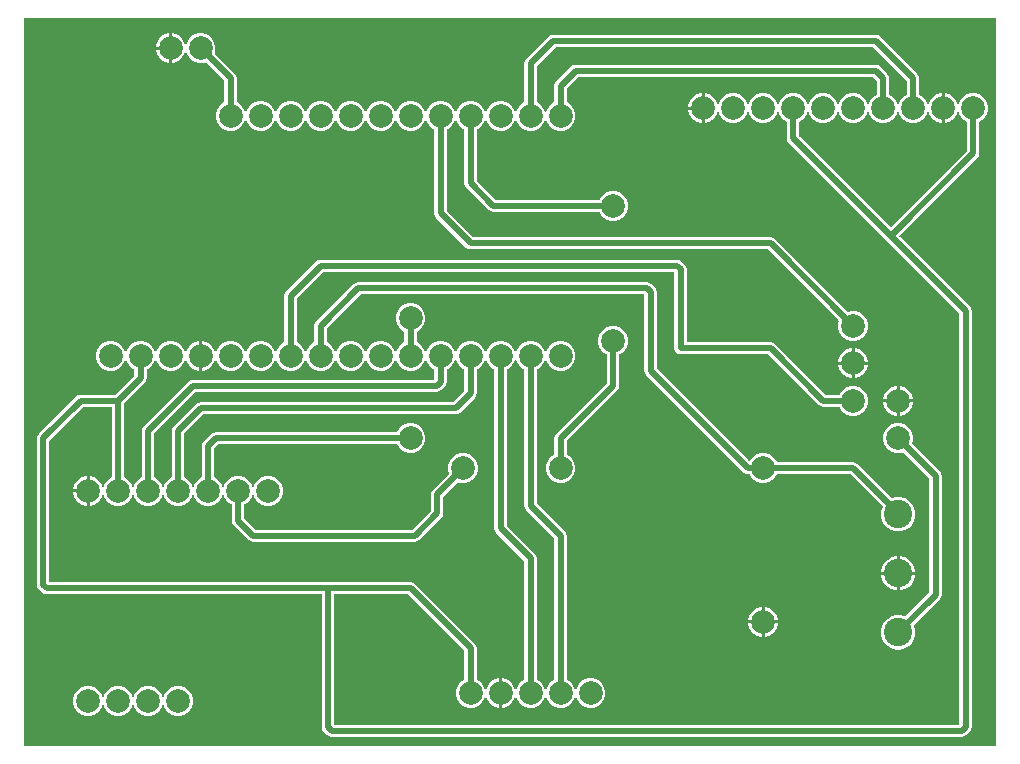
<source format=gbl>
G04*
G04 #@! TF.GenerationSoftware,Altium Limited,Altium Designer,21.6.4 (81)*
G04*
G04 Layer_Physical_Order=2*
G04 Layer_Color=16711680*
%FSLAX43Y43*%
%MOMM*%
G71*
G04*
G04 #@! TF.SameCoordinates,1146F813-5535-4065-A757-17352E4361FB*
G04*
G04*
G04 #@! TF.FilePolarity,Positive*
G04*
G01*
G75*
%ADD16C,2.000*%
%ADD17C,2.400*%
%ADD18C,2.000*%
%ADD19C,0.508*%
G36*
X114935Y57150D02*
X32699D01*
Y118745D01*
X114935D01*
Y57150D01*
D02*
G37*
%LPC*%
G36*
X47790Y117459D02*
X47460D01*
X47141Y117374D01*
X46855Y117208D01*
X46622Y116975D01*
X46456Y116689D01*
X46421Y116556D01*
X46289D01*
X46254Y116689D01*
X46088Y116975D01*
X45855Y117208D01*
X45569Y117374D01*
X45250Y117459D01*
X45212D01*
Y116205D01*
Y114951D01*
X45250D01*
X45569Y115036D01*
X45855Y115202D01*
X46088Y115435D01*
X46254Y115721D01*
X46289Y115854D01*
X46421D01*
X46456Y115721D01*
X46622Y115435D01*
X46855Y115202D01*
X47141Y115036D01*
X47460Y114951D01*
X47790D01*
X48071Y115026D01*
X49647Y113450D01*
Y111639D01*
X49395Y111493D01*
X49162Y111260D01*
X48996Y110974D01*
X48911Y110655D01*
Y110325D01*
X48996Y110006D01*
X49162Y109720D01*
X49395Y109487D01*
X49681Y109321D01*
X50000Y109236D01*
X50330D01*
X50649Y109321D01*
X50935Y109487D01*
X51168Y109720D01*
X51334Y110006D01*
X51369Y110139D01*
X51501D01*
X51536Y110006D01*
X51702Y109720D01*
X51935Y109487D01*
X52221Y109321D01*
X52540Y109236D01*
X52870D01*
X53189Y109321D01*
X53475Y109487D01*
X53708Y109720D01*
X53874Y110006D01*
X53909Y110139D01*
X54041D01*
X54076Y110006D01*
X54242Y109720D01*
X54475Y109487D01*
X54761Y109321D01*
X55080Y109236D01*
X55410D01*
X55729Y109321D01*
X56015Y109487D01*
X56248Y109720D01*
X56414Y110006D01*
X56449Y110139D01*
X56581D01*
X56616Y110006D01*
X56782Y109720D01*
X57015Y109487D01*
X57301Y109321D01*
X57620Y109236D01*
X57950D01*
X58269Y109321D01*
X58555Y109487D01*
X58788Y109720D01*
X58954Y110006D01*
X58989Y110139D01*
X59121D01*
X59156Y110006D01*
X59322Y109720D01*
X59555Y109487D01*
X59841Y109321D01*
X60160Y109236D01*
X60490D01*
X60809Y109321D01*
X61095Y109487D01*
X61328Y109720D01*
X61494Y110006D01*
X61529Y110139D01*
X61661D01*
X61696Y110006D01*
X61862Y109720D01*
X62095Y109487D01*
X62381Y109321D01*
X62700Y109236D01*
X63030D01*
X63349Y109321D01*
X63635Y109487D01*
X63868Y109720D01*
X64034Y110006D01*
X64069Y110139D01*
X64201D01*
X64236Y110006D01*
X64402Y109720D01*
X64635Y109487D01*
X64921Y109321D01*
X65240Y109236D01*
X65570D01*
X65889Y109321D01*
X66175Y109487D01*
X66408Y109720D01*
X66574Y110006D01*
X66609Y110139D01*
X66741D01*
X66776Y110006D01*
X66942Y109720D01*
X67175Y109487D01*
X67427Y109341D01*
Y102235D01*
X67466Y102037D01*
X67579Y101869D01*
X70119Y99329D01*
X70119Y99329D01*
X70287Y99216D01*
X70485Y99177D01*
X70485Y99177D01*
X95670D01*
X101691Y93156D01*
X101616Y92875D01*
Y92545D01*
X101701Y92226D01*
X101867Y91940D01*
X102100Y91707D01*
X102386Y91541D01*
X102705Y91456D01*
X103035D01*
X103354Y91541D01*
X103640Y91707D01*
X103873Y91940D01*
X104039Y92226D01*
X104124Y92545D01*
Y92875D01*
X104039Y93194D01*
X103873Y93480D01*
X103640Y93713D01*
X103354Y93879D01*
X103035Y93964D01*
X102705D01*
X102424Y93889D01*
X96251Y100061D01*
X96083Y100174D01*
X95885Y100213D01*
X70700D01*
X68463Y102450D01*
Y109341D01*
X68715Y109487D01*
X68948Y109720D01*
X69114Y110006D01*
X69149Y110139D01*
X69281D01*
X69316Y110006D01*
X69482Y109720D01*
X69715Y109487D01*
X69967Y109341D01*
Y104775D01*
X70006Y104577D01*
X70119Y104409D01*
X72024Y102504D01*
X72192Y102391D01*
X72390Y102352D01*
X81401D01*
X81547Y102100D01*
X81780Y101867D01*
X82066Y101701D01*
X82385Y101616D01*
X82715D01*
X83034Y101701D01*
X83320Y101867D01*
X83553Y102100D01*
X83719Y102386D01*
X83804Y102705D01*
Y103035D01*
X83719Y103354D01*
X83553Y103640D01*
X83320Y103873D01*
X83034Y104039D01*
X82715Y104124D01*
X82385D01*
X82066Y104039D01*
X81780Y103873D01*
X81547Y103640D01*
X81401Y103388D01*
X72605D01*
X71003Y104990D01*
Y109341D01*
X71255Y109487D01*
X71488Y109720D01*
X71654Y110006D01*
X71689Y110139D01*
X71821D01*
X71856Y110006D01*
X72022Y109720D01*
X72255Y109487D01*
X72541Y109321D01*
X72860Y109236D01*
X73190D01*
X73509Y109321D01*
X73795Y109487D01*
X74028Y109720D01*
X74194Y110006D01*
X74229Y110139D01*
X74361D01*
X74396Y110006D01*
X74562Y109720D01*
X74795Y109487D01*
X75081Y109321D01*
X75400Y109236D01*
X75730D01*
X76049Y109321D01*
X76335Y109487D01*
X76568Y109720D01*
X76734Y110006D01*
X76769Y110139D01*
X76901D01*
X76936Y110006D01*
X77102Y109720D01*
X77335Y109487D01*
X77621Y109321D01*
X77940Y109236D01*
X78270D01*
X78589Y109321D01*
X78875Y109487D01*
X79108Y109720D01*
X79274Y110006D01*
X79359Y110325D01*
Y110655D01*
X79274Y110974D01*
X79108Y111260D01*
X78875Y111493D01*
X78623Y111639D01*
Y112815D01*
X79590Y113782D01*
X104560D01*
X104892Y113450D01*
Y112274D01*
X104640Y112128D01*
X104407Y111895D01*
X104241Y111609D01*
X104206Y111476D01*
X104074D01*
X104039Y111609D01*
X103873Y111895D01*
X103640Y112128D01*
X103354Y112294D01*
X103035Y112379D01*
X102705D01*
X102386Y112294D01*
X102100Y112128D01*
X101867Y111895D01*
X101701Y111609D01*
X101666Y111476D01*
X101534D01*
X101499Y111609D01*
X101333Y111895D01*
X101100Y112128D01*
X100814Y112294D01*
X100495Y112379D01*
X100165D01*
X99846Y112294D01*
X99560Y112128D01*
X99327Y111895D01*
X99161Y111609D01*
X99126Y111476D01*
X98994D01*
X98959Y111609D01*
X98793Y111895D01*
X98560Y112128D01*
X98274Y112294D01*
X97955Y112379D01*
X97625D01*
X97306Y112294D01*
X97020Y112128D01*
X96787Y111895D01*
X96621Y111609D01*
X96586Y111476D01*
X96454D01*
X96419Y111609D01*
X96253Y111895D01*
X96020Y112128D01*
X95734Y112294D01*
X95415Y112379D01*
X95085D01*
X94766Y112294D01*
X94480Y112128D01*
X94247Y111895D01*
X94081Y111609D01*
X94046Y111476D01*
X93914D01*
X93879Y111609D01*
X93713Y111895D01*
X93480Y112128D01*
X93194Y112294D01*
X92875Y112379D01*
X92545D01*
X92226Y112294D01*
X91940Y112128D01*
X91707Y111895D01*
X91541Y111609D01*
X91506Y111476D01*
X91374D01*
X91339Y111609D01*
X91173Y111895D01*
X90940Y112128D01*
X90654Y112294D01*
X90335Y112379D01*
X90297D01*
Y111125D01*
Y109871D01*
X90335D01*
X90654Y109956D01*
X90940Y110122D01*
X91173Y110355D01*
X91339Y110641D01*
X91374Y110774D01*
X91506D01*
X91541Y110641D01*
X91707Y110355D01*
X91940Y110122D01*
X92226Y109956D01*
X92545Y109871D01*
X92875D01*
X93194Y109956D01*
X93480Y110122D01*
X93713Y110355D01*
X93879Y110641D01*
X93914Y110774D01*
X94046D01*
X94081Y110641D01*
X94247Y110355D01*
X94480Y110122D01*
X94766Y109956D01*
X95085Y109871D01*
X95415D01*
X95734Y109956D01*
X96020Y110122D01*
X96253Y110355D01*
X96419Y110641D01*
X96454Y110774D01*
X96586D01*
X96621Y110641D01*
X96787Y110355D01*
X97020Y110122D01*
X97272Y109976D01*
Y108585D01*
X97311Y108387D01*
X97424Y108219D01*
X105679Y99964D01*
X111877Y93765D01*
Y58938D01*
X58938D01*
Y69967D01*
X65190D01*
X69967Y65190D01*
Y62744D01*
X69715Y62598D01*
X69482Y62365D01*
X69316Y62079D01*
X69231Y61760D01*
Y61430D01*
X69316Y61111D01*
X69482Y60825D01*
X69715Y60592D01*
X70001Y60426D01*
X70320Y60341D01*
X70650D01*
X70969Y60426D01*
X71255Y60592D01*
X71488Y60825D01*
X71654Y61111D01*
X71689Y61244D01*
X71821D01*
X71856Y61111D01*
X72022Y60825D01*
X72255Y60592D01*
X72541Y60426D01*
X72860Y60341D01*
X72898D01*
Y61595D01*
Y62849D01*
X72860D01*
X72541Y62764D01*
X72255Y62598D01*
X72022Y62365D01*
X71856Y62079D01*
X71821Y61946D01*
X71689D01*
X71654Y62079D01*
X71488Y62365D01*
X71255Y62598D01*
X71003Y62744D01*
Y65405D01*
X70964Y65603D01*
X70851Y65771D01*
X65771Y70851D01*
X65603Y70964D01*
X65405Y71003D01*
X34808D01*
Y82970D01*
X37680Y85842D01*
X40122D01*
Y79889D01*
X39870Y79743D01*
X39637Y79510D01*
X39471Y79224D01*
X39436Y79091D01*
X39304D01*
X39269Y79224D01*
X39103Y79510D01*
X38870Y79743D01*
X38584Y79909D01*
X38265Y79994D01*
X38227D01*
Y78740D01*
Y77486D01*
X38265D01*
X38584Y77571D01*
X38870Y77737D01*
X39103Y77970D01*
X39269Y78256D01*
X39304Y78389D01*
X39436D01*
X39471Y78256D01*
X39637Y77970D01*
X39870Y77737D01*
X40156Y77571D01*
X40475Y77486D01*
X40805D01*
X41124Y77571D01*
X41410Y77737D01*
X41643Y77970D01*
X41809Y78256D01*
X41844Y78389D01*
X41976D01*
X42011Y78256D01*
X42177Y77970D01*
X42410Y77737D01*
X42696Y77571D01*
X43015Y77486D01*
X43345D01*
X43664Y77571D01*
X43950Y77737D01*
X44183Y77970D01*
X44349Y78256D01*
X44384Y78389D01*
X44516D01*
X44551Y78256D01*
X44717Y77970D01*
X44950Y77737D01*
X45236Y77571D01*
X45555Y77486D01*
X45885D01*
X46204Y77571D01*
X46490Y77737D01*
X46723Y77970D01*
X46889Y78256D01*
X46924Y78389D01*
X47056D01*
X47091Y78256D01*
X47257Y77970D01*
X47490Y77737D01*
X47776Y77571D01*
X48095Y77486D01*
X48425D01*
X48744Y77571D01*
X49030Y77737D01*
X49263Y77970D01*
X49429Y78256D01*
X49464Y78389D01*
X49596D01*
X49631Y78256D01*
X49797Y77970D01*
X50030Y77737D01*
X50282Y77591D01*
Y76200D01*
X50321Y76002D01*
X50434Y75834D01*
X51704Y74564D01*
X51872Y74451D01*
X52070Y74412D01*
X65742D01*
X65941Y74451D01*
X66109Y74564D01*
X68020Y76475D01*
X68132Y76643D01*
X68171Y76841D01*
Y78234D01*
X69404Y79466D01*
X69685Y79391D01*
X70015D01*
X70334Y79476D01*
X70620Y79642D01*
X70853Y79875D01*
X71019Y80161D01*
X71104Y80480D01*
Y80810D01*
X71019Y81129D01*
X70853Y81415D01*
X70620Y81648D01*
X70334Y81814D01*
X70015Y81899D01*
X69685D01*
X69366Y81814D01*
X69080Y81648D01*
X68847Y81415D01*
X68681Y81129D01*
X68596Y80810D01*
Y80480D01*
X68671Y80199D01*
X67287Y78815D01*
X67175Y78647D01*
X67136Y78448D01*
Y77056D01*
X65528Y75448D01*
X52285D01*
X51318Y76415D01*
Y77591D01*
X51570Y77737D01*
X51803Y77970D01*
X51969Y78256D01*
X52004Y78389D01*
X52136D01*
X52171Y78256D01*
X52337Y77970D01*
X52570Y77737D01*
X52856Y77571D01*
X53175Y77486D01*
X53505D01*
X53824Y77571D01*
X54110Y77737D01*
X54343Y77970D01*
X54509Y78256D01*
X54594Y78575D01*
Y78905D01*
X54509Y79224D01*
X54343Y79510D01*
X54110Y79743D01*
X53824Y79909D01*
X53505Y79994D01*
X53175D01*
X52856Y79909D01*
X52570Y79743D01*
X52337Y79510D01*
X52171Y79224D01*
X52136Y79091D01*
X52004D01*
X51969Y79224D01*
X51803Y79510D01*
X51570Y79743D01*
X51284Y79909D01*
X50965Y79994D01*
X50635D01*
X50316Y79909D01*
X50030Y79743D01*
X49797Y79510D01*
X49631Y79224D01*
X49596Y79091D01*
X49464D01*
X49429Y79224D01*
X49263Y79510D01*
X49030Y79743D01*
X48778Y79889D01*
Y82335D01*
X49110Y82667D01*
X64256D01*
X64402Y82415D01*
X64635Y82182D01*
X64921Y82016D01*
X65240Y81931D01*
X65570D01*
X65889Y82016D01*
X66175Y82182D01*
X66408Y82415D01*
X66574Y82701D01*
X66659Y83020D01*
Y83350D01*
X66574Y83669D01*
X66408Y83955D01*
X66175Y84188D01*
X65889Y84354D01*
X65570Y84439D01*
X65240D01*
X64921Y84354D01*
X64635Y84188D01*
X64402Y83955D01*
X64256Y83703D01*
X48895D01*
X48697Y83664D01*
X48529Y83551D01*
X47894Y82916D01*
X47781Y82748D01*
X47742Y82550D01*
Y79889D01*
X47490Y79743D01*
X47257Y79510D01*
X47091Y79224D01*
X47056Y79091D01*
X46924D01*
X46889Y79224D01*
X46723Y79510D01*
X46490Y79743D01*
X46238Y79889D01*
Y83605D01*
X47840Y85207D01*
X69215D01*
X69413Y85246D01*
X69581Y85359D01*
X70851Y86629D01*
X70964Y86797D01*
X71003Y86995D01*
Y89021D01*
X71255Y89167D01*
X71488Y89400D01*
X71654Y89686D01*
X71689Y89819D01*
X71821D01*
X71856Y89686D01*
X72022Y89400D01*
X72255Y89167D01*
X72507Y89021D01*
Y75565D01*
X72546Y75367D01*
X72659Y75199D01*
X75047Y72810D01*
Y62744D01*
X74795Y62598D01*
X74562Y62365D01*
X74396Y62079D01*
X74361Y61946D01*
X74229D01*
X74194Y62079D01*
X74028Y62365D01*
X73795Y62598D01*
X73509Y62764D01*
X73190Y62849D01*
X73152D01*
Y61595D01*
Y60341D01*
X73190D01*
X73509Y60426D01*
X73795Y60592D01*
X74028Y60825D01*
X74194Y61111D01*
X74229Y61244D01*
X74361D01*
X74396Y61111D01*
X74562Y60825D01*
X74795Y60592D01*
X75081Y60426D01*
X75400Y60341D01*
X75730D01*
X76049Y60426D01*
X76335Y60592D01*
X76568Y60825D01*
X76734Y61111D01*
X76769Y61244D01*
X76901D01*
X76936Y61111D01*
X77102Y60825D01*
X77335Y60592D01*
X77621Y60426D01*
X77940Y60341D01*
X78270D01*
X78589Y60426D01*
X78875Y60592D01*
X79108Y60825D01*
X79274Y61111D01*
X79309Y61244D01*
X79441D01*
X79476Y61111D01*
X79642Y60825D01*
X79875Y60592D01*
X80161Y60426D01*
X80480Y60341D01*
X80810D01*
X81129Y60426D01*
X81415Y60592D01*
X81648Y60825D01*
X81814Y61111D01*
X81899Y61430D01*
Y61760D01*
X81814Y62079D01*
X81648Y62365D01*
X81415Y62598D01*
X81129Y62764D01*
X80810Y62849D01*
X80480D01*
X80161Y62764D01*
X79875Y62598D01*
X79642Y62365D01*
X79476Y62079D01*
X79441Y61946D01*
X79309D01*
X79274Y62079D01*
X79108Y62365D01*
X78875Y62598D01*
X78623Y62744D01*
Y74930D01*
X78623Y74930D01*
X78584Y75128D01*
X78471Y75296D01*
X78471Y75296D01*
X76083Y77685D01*
Y89021D01*
X76335Y89167D01*
X76568Y89400D01*
X76734Y89686D01*
X76769Y89819D01*
X76901D01*
X76936Y89686D01*
X77102Y89400D01*
X77335Y89167D01*
X77621Y89001D01*
X77940Y88916D01*
X78270D01*
X78589Y89001D01*
X78875Y89167D01*
X79108Y89400D01*
X79274Y89686D01*
X79359Y90005D01*
Y90335D01*
X79274Y90654D01*
X79108Y90940D01*
X78875Y91173D01*
X78589Y91339D01*
X78270Y91424D01*
X77940D01*
X77621Y91339D01*
X77335Y91173D01*
X77102Y90940D01*
X76936Y90654D01*
X76901Y90521D01*
X76769D01*
X76734Y90654D01*
X76568Y90940D01*
X76335Y91173D01*
X76049Y91339D01*
X75730Y91424D01*
X75400D01*
X75081Y91339D01*
X74795Y91173D01*
X74562Y90940D01*
X74396Y90654D01*
X74361Y90521D01*
X74229D01*
X74194Y90654D01*
X74028Y90940D01*
X73795Y91173D01*
X73509Y91339D01*
X73190Y91424D01*
X72860D01*
X72541Y91339D01*
X72255Y91173D01*
X72022Y90940D01*
X71856Y90654D01*
X71821Y90521D01*
X71689D01*
X71654Y90654D01*
X71488Y90940D01*
X71255Y91173D01*
X70969Y91339D01*
X70650Y91424D01*
X70320D01*
X70001Y91339D01*
X69715Y91173D01*
X69482Y90940D01*
X69316Y90654D01*
X69281Y90521D01*
X69149D01*
X69114Y90654D01*
X68948Y90940D01*
X68715Y91173D01*
X68429Y91339D01*
X68110Y91424D01*
X67780D01*
X67461Y91339D01*
X67175Y91173D01*
X66942Y90940D01*
X66776Y90654D01*
X66741Y90521D01*
X66609D01*
X66574Y90654D01*
X66408Y90940D01*
X66175Y91173D01*
X65923Y91319D01*
Y92196D01*
X66175Y92342D01*
X66408Y92575D01*
X66574Y92861D01*
X66659Y93180D01*
Y93510D01*
X66574Y93829D01*
X66408Y94115D01*
X66175Y94348D01*
X65889Y94514D01*
X65570Y94599D01*
X65240D01*
X64921Y94514D01*
X64635Y94348D01*
X64402Y94115D01*
X64236Y93829D01*
X64151Y93510D01*
Y93180D01*
X64236Y92861D01*
X64402Y92575D01*
X64635Y92342D01*
X64887Y92196D01*
Y91319D01*
X64635Y91173D01*
X64402Y90940D01*
X64236Y90654D01*
X64201Y90521D01*
X64069D01*
X64034Y90654D01*
X63868Y90940D01*
X63635Y91173D01*
X63349Y91339D01*
X63030Y91424D01*
X62700D01*
X62381Y91339D01*
X62095Y91173D01*
X61862Y90940D01*
X61696Y90654D01*
X61661Y90521D01*
X61529D01*
X61494Y90654D01*
X61328Y90940D01*
X61095Y91173D01*
X60809Y91339D01*
X60490Y91424D01*
X60160D01*
X59841Y91339D01*
X59555Y91173D01*
X59322Y90940D01*
X59156Y90654D01*
X59121Y90521D01*
X58989D01*
X58954Y90654D01*
X58788Y90940D01*
X58555Y91173D01*
X58303Y91319D01*
Y92495D01*
X61175Y95367D01*
X85207D01*
Y88900D01*
X85246Y88702D01*
X85359Y88534D01*
X93614Y80279D01*
X93782Y80166D01*
X93980Y80127D01*
X94101D01*
X94247Y79875D01*
X94480Y79642D01*
X94766Y79476D01*
X95085Y79391D01*
X95415D01*
X95734Y79476D01*
X96020Y79642D01*
X96253Y79875D01*
X96399Y80127D01*
X102655D01*
X105377Y77406D01*
X105325Y77316D01*
X105226Y76946D01*
Y76564D01*
X105325Y76194D01*
X105517Y75862D01*
X105787Y75592D01*
X106119Y75400D01*
X106489Y75301D01*
X106871D01*
X107241Y75400D01*
X107573Y75592D01*
X107843Y75862D01*
X108035Y76194D01*
X108134Y76564D01*
Y76946D01*
X108035Y77316D01*
X107843Y77648D01*
X107573Y77918D01*
X107241Y78110D01*
X106871Y78209D01*
X106489D01*
X106134Y78114D01*
X103236Y81011D01*
X103068Y81124D01*
X102870Y81163D01*
X96399D01*
X96253Y81415D01*
X96020Y81648D01*
X95734Y81814D01*
X95415Y81899D01*
X95085D01*
X94766Y81814D01*
X94480Y81648D01*
X94247Y81415D01*
X94187Y81313D01*
X94062Y81296D01*
X86243Y89115D01*
Y95587D01*
X86204Y95786D01*
X86091Y95954D01*
X86091Y95954D01*
X85794Y96251D01*
X85626Y96364D01*
X85427Y96403D01*
X60960D01*
X60762Y96364D01*
X60594Y96251D01*
X57419Y93076D01*
X57306Y92908D01*
X57267Y92710D01*
Y91319D01*
X57015Y91173D01*
X56782Y90940D01*
X56616Y90654D01*
X56581Y90521D01*
X56449D01*
X56414Y90654D01*
X56248Y90940D01*
X56015Y91173D01*
X55763Y91319D01*
Y95035D01*
X58000Y97272D01*
X87747D01*
Y90805D01*
X87786Y90607D01*
X87899Y90439D01*
X88067Y90326D01*
X88265Y90287D01*
X95670D01*
X99964Y85994D01*
X100132Y85881D01*
X100330Y85842D01*
X101721D01*
X101867Y85590D01*
X102100Y85357D01*
X102386Y85191D01*
X102705Y85106D01*
X103035D01*
X103354Y85191D01*
X103640Y85357D01*
X103873Y85590D01*
X104039Y85876D01*
X104124Y86195D01*
Y86525D01*
X104039Y86844D01*
X103873Y87130D01*
X103640Y87363D01*
X103354Y87529D01*
X103035Y87614D01*
X102705D01*
X102386Y87529D01*
X102100Y87363D01*
X101867Y87130D01*
X101721Y86878D01*
X100545D01*
X96251Y91171D01*
X96083Y91284D01*
X95885Y91323D01*
X88783D01*
Y97492D01*
X88744Y97691D01*
X88631Y97859D01*
X88631Y97859D01*
X88334Y98156D01*
X88166Y98269D01*
X87967Y98308D01*
X57785D01*
X57785Y98308D01*
X57587Y98269D01*
X57419Y98156D01*
X57419Y98156D01*
X54879Y95616D01*
X54766Y95448D01*
X54727Y95250D01*
Y91319D01*
X54475Y91173D01*
X54242Y90940D01*
X54076Y90654D01*
X54041Y90521D01*
X53909D01*
X53874Y90654D01*
X53708Y90940D01*
X53475Y91173D01*
X53189Y91339D01*
X52870Y91424D01*
X52540D01*
X52221Y91339D01*
X51935Y91173D01*
X51702Y90940D01*
X51536Y90654D01*
X51501Y90521D01*
X51369D01*
X51334Y90654D01*
X51168Y90940D01*
X50935Y91173D01*
X50649Y91339D01*
X50330Y91424D01*
X50000D01*
X49681Y91339D01*
X49395Y91173D01*
X49162Y90940D01*
X48996Y90654D01*
X48961Y90521D01*
X48829D01*
X48794Y90654D01*
X48628Y90940D01*
X48395Y91173D01*
X48109Y91339D01*
X47790Y91424D01*
X47752D01*
Y90170D01*
Y88916D01*
X47790D01*
X48109Y89001D01*
X48395Y89167D01*
X48628Y89400D01*
X48794Y89686D01*
X48829Y89819D01*
X48961D01*
X48996Y89686D01*
X49162Y89400D01*
X49395Y89167D01*
X49681Y89001D01*
X50000Y88916D01*
X50330D01*
X50649Y89001D01*
X50935Y89167D01*
X51168Y89400D01*
X51334Y89686D01*
X51369Y89819D01*
X51501D01*
X51536Y89686D01*
X51702Y89400D01*
X51935Y89167D01*
X52221Y89001D01*
X52540Y88916D01*
X52870D01*
X53189Y89001D01*
X53475Y89167D01*
X53708Y89400D01*
X53874Y89686D01*
X53909Y89819D01*
X54041D01*
X54076Y89686D01*
X54242Y89400D01*
X54475Y89167D01*
X54761Y89001D01*
X55080Y88916D01*
X55410D01*
X55729Y89001D01*
X56015Y89167D01*
X56248Y89400D01*
X56414Y89686D01*
X56449Y89819D01*
X56581D01*
X56616Y89686D01*
X56782Y89400D01*
X57015Y89167D01*
X57301Y89001D01*
X57620Y88916D01*
X57950D01*
X58269Y89001D01*
X58555Y89167D01*
X58788Y89400D01*
X58954Y89686D01*
X58989Y89819D01*
X59121D01*
X59156Y89686D01*
X59322Y89400D01*
X59555Y89167D01*
X59841Y89001D01*
X60160Y88916D01*
X60490D01*
X60809Y89001D01*
X61095Y89167D01*
X61328Y89400D01*
X61494Y89686D01*
X61529Y89819D01*
X61661D01*
X61696Y89686D01*
X61862Y89400D01*
X62095Y89167D01*
X62381Y89001D01*
X62700Y88916D01*
X63030D01*
X63349Y89001D01*
X63635Y89167D01*
X63868Y89400D01*
X64034Y89686D01*
X64069Y89819D01*
X64201D01*
X64236Y89686D01*
X64402Y89400D01*
X64635Y89167D01*
X64921Y89001D01*
X65240Y88916D01*
X65570D01*
X65889Y89001D01*
X66175Y89167D01*
X66408Y89400D01*
X66574Y89686D01*
X66609Y89819D01*
X66741D01*
X66776Y89686D01*
X66942Y89400D01*
X67175Y89167D01*
X67427Y89021D01*
Y88148D01*
X46990D01*
X46792Y88109D01*
X46624Y87996D01*
X42814Y84186D01*
X42701Y84018D01*
X42662Y83820D01*
Y79889D01*
X42410Y79743D01*
X42177Y79510D01*
X42011Y79224D01*
X41976Y79091D01*
X41844D01*
X41809Y79224D01*
X41643Y79510D01*
X41410Y79743D01*
X41158Y79889D01*
Y86145D01*
X42911Y87899D01*
X43024Y88067D01*
X43063Y88265D01*
Y89021D01*
X43315Y89167D01*
X43548Y89400D01*
X43714Y89686D01*
X43749Y89819D01*
X43881D01*
X43916Y89686D01*
X44082Y89400D01*
X44315Y89167D01*
X44601Y89001D01*
X44920Y88916D01*
X45250D01*
X45569Y89001D01*
X45855Y89167D01*
X46088Y89400D01*
X46254Y89686D01*
X46289Y89819D01*
X46421D01*
X46456Y89686D01*
X46622Y89400D01*
X46855Y89167D01*
X47141Y89001D01*
X47460Y88916D01*
X47498D01*
Y90170D01*
Y91424D01*
X47460D01*
X47141Y91339D01*
X46855Y91173D01*
X46622Y90940D01*
X46456Y90654D01*
X46421Y90521D01*
X46289D01*
X46254Y90654D01*
X46088Y90940D01*
X45855Y91173D01*
X45569Y91339D01*
X45250Y91424D01*
X44920D01*
X44601Y91339D01*
X44315Y91173D01*
X44082Y90940D01*
X43916Y90654D01*
X43881Y90521D01*
X43749D01*
X43714Y90654D01*
X43548Y90940D01*
X43315Y91173D01*
X43029Y91339D01*
X42710Y91424D01*
X42380D01*
X42061Y91339D01*
X41775Y91173D01*
X41542Y90940D01*
X41376Y90654D01*
X41341Y90521D01*
X41209D01*
X41174Y90654D01*
X41008Y90940D01*
X40775Y91173D01*
X40489Y91339D01*
X40170Y91424D01*
X39840D01*
X39521Y91339D01*
X39235Y91173D01*
X39002Y90940D01*
X38836Y90654D01*
X38751Y90335D01*
Y90005D01*
X38836Y89686D01*
X39002Y89400D01*
X39235Y89167D01*
X39521Y89001D01*
X39840Y88916D01*
X40170D01*
X40489Y89001D01*
X40775Y89167D01*
X41008Y89400D01*
X41174Y89686D01*
X41209Y89819D01*
X41341D01*
X41376Y89686D01*
X41542Y89400D01*
X41775Y89167D01*
X42027Y89021D01*
Y88480D01*
X40425Y86878D01*
X37465D01*
X37267Y86839D01*
X37099Y86726D01*
X33924Y83551D01*
X33811Y83383D01*
X33772Y83185D01*
Y70783D01*
X33811Y70584D01*
X33924Y70416D01*
X34221Y70119D01*
X34221Y70119D01*
X34389Y70006D01*
X34588Y69967D01*
X57902D01*
Y58718D01*
X57941Y58519D01*
X58054Y58351D01*
X58351Y58054D01*
X58351Y58054D01*
X58519Y57941D01*
X58718Y57902D01*
X112097D01*
X112296Y57941D01*
X112464Y58054D01*
X112761Y58351D01*
X112761Y58351D01*
X112874Y58519D01*
X112913Y58718D01*
Y93980D01*
X112874Y94178D01*
X112761Y94346D01*
X106777Y100330D01*
X113396Y106949D01*
X113509Y107117D01*
X113548Y107315D01*
Y109976D01*
X113800Y110122D01*
X114033Y110355D01*
X114199Y110641D01*
X114284Y110960D01*
Y111290D01*
X114199Y111609D01*
X114033Y111895D01*
X113800Y112128D01*
X113514Y112294D01*
X113195Y112379D01*
X112865D01*
X112546Y112294D01*
X112260Y112128D01*
X112027Y111895D01*
X111861Y111609D01*
X111826Y111476D01*
X111694D01*
X111659Y111609D01*
X111493Y111895D01*
X111260Y112128D01*
X110974Y112294D01*
X110655Y112379D01*
X110617D01*
Y111125D01*
Y109871D01*
X110655D01*
X110974Y109956D01*
X111260Y110122D01*
X111493Y110355D01*
X111659Y110641D01*
X111694Y110774D01*
X111826D01*
X111861Y110641D01*
X112027Y110355D01*
X112260Y110122D01*
X112512Y109976D01*
Y107530D01*
X106045Y101062D01*
X98308Y108800D01*
Y109976D01*
X98560Y110122D01*
X98793Y110355D01*
X98959Y110641D01*
X98994Y110774D01*
X99126D01*
X99161Y110641D01*
X99327Y110355D01*
X99560Y110122D01*
X99846Y109956D01*
X100165Y109871D01*
X100495D01*
X100814Y109956D01*
X101100Y110122D01*
X101333Y110355D01*
X101499Y110641D01*
X101534Y110774D01*
X101666D01*
X101701Y110641D01*
X101867Y110355D01*
X102100Y110122D01*
X102386Y109956D01*
X102705Y109871D01*
X103035D01*
X103354Y109956D01*
X103640Y110122D01*
X103873Y110355D01*
X104039Y110641D01*
X104074Y110774D01*
X104206D01*
X104241Y110641D01*
X104407Y110355D01*
X104640Y110122D01*
X104926Y109956D01*
X105245Y109871D01*
X105575D01*
X105894Y109956D01*
X106180Y110122D01*
X106413Y110355D01*
X106579Y110641D01*
X106614Y110774D01*
X106746D01*
X106781Y110641D01*
X106947Y110355D01*
X107180Y110122D01*
X107466Y109956D01*
X107785Y109871D01*
X108115D01*
X108434Y109956D01*
X108720Y110122D01*
X108953Y110355D01*
X109119Y110641D01*
X109154Y110774D01*
X109286D01*
X109321Y110641D01*
X109487Y110355D01*
X109720Y110122D01*
X110006Y109956D01*
X110325Y109871D01*
X110363D01*
Y111125D01*
Y112379D01*
X110325D01*
X110006Y112294D01*
X109720Y112128D01*
X109487Y111895D01*
X109321Y111609D01*
X109286Y111476D01*
X109154D01*
X109119Y111609D01*
X108953Y111895D01*
X108720Y112128D01*
X108468Y112274D01*
Y113665D01*
X108429Y113863D01*
X108316Y114031D01*
X105141Y117206D01*
X104973Y117319D01*
X104775Y117358D01*
X77470D01*
X77272Y117319D01*
X77104Y117206D01*
X75199Y115301D01*
X75086Y115133D01*
X75047Y114935D01*
Y111639D01*
X74795Y111493D01*
X74562Y111260D01*
X74396Y110974D01*
X74361Y110841D01*
X74229D01*
X74194Y110974D01*
X74028Y111260D01*
X73795Y111493D01*
X73509Y111659D01*
X73190Y111744D01*
X72860D01*
X72541Y111659D01*
X72255Y111493D01*
X72022Y111260D01*
X71856Y110974D01*
X71821Y110841D01*
X71689D01*
X71654Y110974D01*
X71488Y111260D01*
X71255Y111493D01*
X70969Y111659D01*
X70650Y111744D01*
X70320D01*
X70001Y111659D01*
X69715Y111493D01*
X69482Y111260D01*
X69316Y110974D01*
X69281Y110841D01*
X69149D01*
X69114Y110974D01*
X68948Y111260D01*
X68715Y111493D01*
X68429Y111659D01*
X68110Y111744D01*
X67780D01*
X67461Y111659D01*
X67175Y111493D01*
X66942Y111260D01*
X66776Y110974D01*
X66741Y110841D01*
X66609D01*
X66574Y110974D01*
X66408Y111260D01*
X66175Y111493D01*
X65889Y111659D01*
X65570Y111744D01*
X65240D01*
X64921Y111659D01*
X64635Y111493D01*
X64402Y111260D01*
X64236Y110974D01*
X64201Y110841D01*
X64069D01*
X64034Y110974D01*
X63868Y111260D01*
X63635Y111493D01*
X63349Y111659D01*
X63030Y111744D01*
X62700D01*
X62381Y111659D01*
X62095Y111493D01*
X61862Y111260D01*
X61696Y110974D01*
X61661Y110841D01*
X61529D01*
X61494Y110974D01*
X61328Y111260D01*
X61095Y111493D01*
X60809Y111659D01*
X60490Y111744D01*
X60160D01*
X59841Y111659D01*
X59555Y111493D01*
X59322Y111260D01*
X59156Y110974D01*
X59121Y110841D01*
X58989D01*
X58954Y110974D01*
X58788Y111260D01*
X58555Y111493D01*
X58269Y111659D01*
X57950Y111744D01*
X57620D01*
X57301Y111659D01*
X57015Y111493D01*
X56782Y111260D01*
X56616Y110974D01*
X56581Y110841D01*
X56449D01*
X56414Y110974D01*
X56248Y111260D01*
X56015Y111493D01*
X55729Y111659D01*
X55410Y111744D01*
X55080D01*
X54761Y111659D01*
X54475Y111493D01*
X54242Y111260D01*
X54076Y110974D01*
X54041Y110841D01*
X53909D01*
X53874Y110974D01*
X53708Y111260D01*
X53475Y111493D01*
X53189Y111659D01*
X52870Y111744D01*
X52540D01*
X52221Y111659D01*
X51935Y111493D01*
X51702Y111260D01*
X51536Y110974D01*
X51501Y110841D01*
X51369D01*
X51334Y110974D01*
X51168Y111260D01*
X50935Y111493D01*
X50683Y111639D01*
Y113665D01*
X50683Y113665D01*
X50644Y113863D01*
X50531Y114031D01*
X50531Y114031D01*
X48804Y115759D01*
X48879Y116040D01*
Y116370D01*
X48794Y116689D01*
X48628Y116975D01*
X48395Y117208D01*
X48109Y117374D01*
X47790Y117459D01*
D02*
G37*
G36*
X44958D02*
X44920D01*
X44601Y117374D01*
X44315Y117208D01*
X44082Y116975D01*
X43916Y116689D01*
X43831Y116370D01*
Y116332D01*
X44958D01*
Y117459D01*
D02*
G37*
G36*
Y116078D02*
X43831D01*
Y116040D01*
X43916Y115721D01*
X44082Y115435D01*
X44315Y115202D01*
X44601Y115036D01*
X44920Y114951D01*
X44958D01*
Y116078D01*
D02*
G37*
G36*
X90043Y112379D02*
X90005D01*
X89686Y112294D01*
X89400Y112128D01*
X89167Y111895D01*
X89001Y111609D01*
X88916Y111290D01*
Y111252D01*
X90043D01*
Y112379D01*
D02*
G37*
G36*
Y110998D02*
X88916D01*
Y110960D01*
X89001Y110641D01*
X89167Y110355D01*
X89400Y110122D01*
X89686Y109956D01*
X90005Y109871D01*
X90043D01*
Y110998D01*
D02*
G37*
G36*
X103035Y90789D02*
X102997D01*
Y89662D01*
X104124D01*
Y89700D01*
X104039Y90019D01*
X103873Y90305D01*
X103640Y90538D01*
X103354Y90704D01*
X103035Y90789D01*
D02*
G37*
G36*
X102743D02*
X102705D01*
X102386Y90704D01*
X102100Y90538D01*
X101867Y90305D01*
X101701Y90019D01*
X101616Y89700D01*
Y89662D01*
X102743D01*
Y90789D01*
D02*
G37*
G36*
X104124Y89408D02*
X102997D01*
Y88281D01*
X103035D01*
X103354Y88366D01*
X103640Y88532D01*
X103873Y88765D01*
X104039Y89051D01*
X104124Y89370D01*
Y89408D01*
D02*
G37*
G36*
X102743D02*
X101616D01*
Y89370D01*
X101701Y89051D01*
X101867Y88765D01*
X102100Y88532D01*
X102386Y88366D01*
X102705Y88281D01*
X102743D01*
Y89408D01*
D02*
G37*
G36*
X106845Y87614D02*
X106807D01*
Y86487D01*
X107934D01*
Y86525D01*
X107849Y86844D01*
X107683Y87130D01*
X107450Y87363D01*
X107164Y87529D01*
X106845Y87614D01*
D02*
G37*
G36*
X106553D02*
X106515D01*
X106196Y87529D01*
X105910Y87363D01*
X105677Y87130D01*
X105511Y86844D01*
X105426Y86525D01*
Y86487D01*
X106553D01*
Y87614D01*
D02*
G37*
G36*
X107934Y86233D02*
X106807D01*
Y85106D01*
X106845D01*
X107164Y85191D01*
X107450Y85357D01*
X107683Y85590D01*
X107849Y85876D01*
X107934Y86195D01*
Y86233D01*
D02*
G37*
G36*
X106553D02*
X105426D01*
Y86195D01*
X105511Y85876D01*
X105677Y85590D01*
X105910Y85357D01*
X106196Y85191D01*
X106515Y85106D01*
X106553D01*
Y86233D01*
D02*
G37*
G36*
X82715Y92694D02*
X82385D01*
X82066Y92609D01*
X81780Y92443D01*
X81547Y92210D01*
X81381Y91924D01*
X81296Y91605D01*
Y91275D01*
X81381Y90956D01*
X81547Y90670D01*
X81780Y90437D01*
X82032Y90291D01*
Y87845D01*
X77739Y83551D01*
X77626Y83383D01*
X77587Y83185D01*
Y81794D01*
X77335Y81648D01*
X77102Y81415D01*
X76936Y81129D01*
X76851Y80810D01*
Y80480D01*
X76936Y80161D01*
X77102Y79875D01*
X77335Y79642D01*
X77621Y79476D01*
X77940Y79391D01*
X78270D01*
X78589Y79476D01*
X78875Y79642D01*
X79108Y79875D01*
X79274Y80161D01*
X79359Y80480D01*
Y80810D01*
X79274Y81129D01*
X79108Y81415D01*
X78875Y81648D01*
X78623Y81794D01*
Y82970D01*
X82916Y87264D01*
X83029Y87432D01*
X83068Y87630D01*
Y90291D01*
X83320Y90437D01*
X83553Y90670D01*
X83719Y90956D01*
X83804Y91275D01*
Y91605D01*
X83719Y91924D01*
X83553Y92210D01*
X83320Y92443D01*
X83034Y92609D01*
X82715Y92694D01*
D02*
G37*
G36*
X37973Y79994D02*
X37935D01*
X37616Y79909D01*
X37330Y79743D01*
X37097Y79510D01*
X36931Y79224D01*
X36846Y78905D01*
Y78867D01*
X37973D01*
Y79994D01*
D02*
G37*
G36*
Y78613D02*
X36846D01*
Y78575D01*
X36931Y78256D01*
X37097Y77970D01*
X37330Y77737D01*
X37616Y77571D01*
X37935Y77486D01*
X37973D01*
Y78613D01*
D02*
G37*
G36*
X106871Y73209D02*
X106807D01*
Y71882D01*
X108134D01*
Y71946D01*
X108035Y72316D01*
X107843Y72648D01*
X107573Y72918D01*
X107241Y73110D01*
X106871Y73209D01*
D02*
G37*
G36*
X106553D02*
X106489D01*
X106119Y73110D01*
X105787Y72918D01*
X105517Y72648D01*
X105325Y72316D01*
X105226Y71946D01*
Y71882D01*
X106553D01*
Y73209D01*
D02*
G37*
G36*
X108134Y71628D02*
X106807D01*
Y70301D01*
X106871D01*
X107241Y70400D01*
X107573Y70592D01*
X107843Y70862D01*
X108035Y71194D01*
X108134Y71564D01*
Y71628D01*
D02*
G37*
G36*
X106553D02*
X105226D01*
Y71564D01*
X105325Y71194D01*
X105517Y70862D01*
X105787Y70592D01*
X106119Y70400D01*
X106489Y70301D01*
X106553D01*
Y71628D01*
D02*
G37*
G36*
X106845Y84439D02*
X106515D01*
X106196Y84354D01*
X105910Y84188D01*
X105677Y83955D01*
X105511Y83669D01*
X105426Y83350D01*
Y83020D01*
X105511Y82701D01*
X105677Y82415D01*
X105910Y82182D01*
X106196Y82016D01*
X106515Y81931D01*
X106845D01*
X107126Y82006D01*
X109337Y79795D01*
Y70145D01*
X107280Y68088D01*
X107241Y68110D01*
X106871Y68209D01*
X106489D01*
X106119Y68110D01*
X105787Y67918D01*
X105517Y67648D01*
X105325Y67316D01*
X105226Y66946D01*
Y66564D01*
X105325Y66194D01*
X105517Y65862D01*
X105787Y65592D01*
X106119Y65400D01*
X106489Y65301D01*
X106871D01*
X107241Y65400D01*
X107573Y65592D01*
X107843Y65862D01*
X108035Y66194D01*
X108134Y66564D01*
Y66946D01*
X108035Y67316D01*
X108013Y67355D01*
X110221Y69564D01*
X110334Y69732D01*
X110373Y69930D01*
Y80010D01*
X110334Y80208D01*
X110221Y80376D01*
X107859Y82739D01*
X107934Y83020D01*
Y83350D01*
X107849Y83669D01*
X107683Y83955D01*
X107450Y84188D01*
X107164Y84354D01*
X106845Y84439D01*
D02*
G37*
G36*
X95415Y68899D02*
X95377D01*
Y67772D01*
X96504D01*
Y67810D01*
X96419Y68129D01*
X96253Y68415D01*
X96020Y68648D01*
X95734Y68814D01*
X95415Y68899D01*
D02*
G37*
G36*
X95123D02*
X95085D01*
X94766Y68814D01*
X94480Y68648D01*
X94247Y68415D01*
X94081Y68129D01*
X93996Y67810D01*
Y67772D01*
X95123D01*
Y68899D01*
D02*
G37*
G36*
X96504Y67518D02*
X95377D01*
Y66391D01*
X95415D01*
X95734Y66476D01*
X96020Y66642D01*
X96253Y66875D01*
X96419Y67161D01*
X96504Y67480D01*
Y67518D01*
D02*
G37*
G36*
X95123D02*
X93996D01*
Y67480D01*
X94081Y67161D01*
X94247Y66875D01*
X94480Y66642D01*
X94766Y66476D01*
X95085Y66391D01*
X95123D01*
Y67518D01*
D02*
G37*
G36*
X45885Y62214D02*
X45555D01*
X45236Y62129D01*
X44950Y61963D01*
X44717Y61730D01*
X44551Y61444D01*
X44516Y61311D01*
X44384D01*
X44349Y61444D01*
X44183Y61730D01*
X43950Y61963D01*
X43664Y62129D01*
X43345Y62214D01*
X43015D01*
X42696Y62129D01*
X42410Y61963D01*
X42177Y61730D01*
X42011Y61444D01*
X41976Y61311D01*
X41844D01*
X41809Y61444D01*
X41643Y61730D01*
X41410Y61963D01*
X41124Y62129D01*
X40805Y62214D01*
X40475D01*
X40156Y62129D01*
X39870Y61963D01*
X39637Y61730D01*
X39471Y61444D01*
X39436Y61311D01*
X39304D01*
X39269Y61444D01*
X39103Y61730D01*
X38870Y61963D01*
X38584Y62129D01*
X38265Y62214D01*
X37935D01*
X37616Y62129D01*
X37330Y61963D01*
X37097Y61730D01*
X36931Y61444D01*
X36846Y61125D01*
Y60795D01*
X36931Y60476D01*
X37097Y60190D01*
X37330Y59957D01*
X37616Y59791D01*
X37935Y59706D01*
X38265D01*
X38584Y59791D01*
X38870Y59957D01*
X39103Y60190D01*
X39269Y60476D01*
X39304Y60609D01*
X39436D01*
X39471Y60476D01*
X39637Y60190D01*
X39870Y59957D01*
X40156Y59791D01*
X40475Y59706D01*
X40805D01*
X41124Y59791D01*
X41410Y59957D01*
X41643Y60190D01*
X41809Y60476D01*
X41844Y60609D01*
X41976D01*
X42011Y60476D01*
X42177Y60190D01*
X42410Y59957D01*
X42696Y59791D01*
X43015Y59706D01*
X43345D01*
X43664Y59791D01*
X43950Y59957D01*
X44183Y60190D01*
X44349Y60476D01*
X44384Y60609D01*
X44516D01*
X44551Y60476D01*
X44717Y60190D01*
X44950Y59957D01*
X45236Y59791D01*
X45555Y59706D01*
X45885D01*
X46204Y59791D01*
X46490Y59957D01*
X46723Y60190D01*
X46889Y60476D01*
X46974Y60795D01*
Y61125D01*
X46889Y61444D01*
X46723Y61730D01*
X46490Y61963D01*
X46204Y62129D01*
X45885Y62214D01*
D02*
G37*
%LPD*%
G36*
X107432Y113450D02*
Y112274D01*
X107180Y112128D01*
X106947Y111895D01*
X106781Y111609D01*
X106746Y111476D01*
X106614D01*
X106579Y111609D01*
X106413Y111895D01*
X106180Y112128D01*
X105928Y112274D01*
Y113665D01*
X105889Y113863D01*
X105776Y114031D01*
X105141Y114666D01*
X104973Y114779D01*
X104775Y114818D01*
X79375D01*
X79177Y114779D01*
X79009Y114666D01*
X77739Y113396D01*
X77626Y113228D01*
X77587Y113030D01*
Y111639D01*
X77335Y111493D01*
X77102Y111260D01*
X76936Y110974D01*
X76901Y110841D01*
X76769D01*
X76734Y110974D01*
X76568Y111260D01*
X76335Y111493D01*
X76083Y111639D01*
Y114720D01*
X77685Y116322D01*
X104560D01*
X107432Y113450D01*
D02*
G37*
G36*
X69316Y89686D02*
X69482Y89400D01*
X69715Y89167D01*
X69967Y89021D01*
Y87210D01*
X69000Y86243D01*
X47625D01*
X47427Y86204D01*
X47259Y86091D01*
X45354Y84186D01*
X45241Y84018D01*
X45202Y83820D01*
Y79889D01*
X44950Y79743D01*
X44717Y79510D01*
X44551Y79224D01*
X44516Y79091D01*
X44384D01*
X44349Y79224D01*
X44183Y79510D01*
X43950Y79743D01*
X43698Y79889D01*
Y83605D01*
X47205Y87112D01*
X67647D01*
X67846Y87151D01*
X68014Y87264D01*
X68311Y87561D01*
X68311Y87561D01*
X68424Y87729D01*
X68463Y87928D01*
Y89021D01*
X68715Y89167D01*
X68948Y89400D01*
X69114Y89686D01*
X69149Y89819D01*
X69281D01*
X69316Y89686D01*
D02*
G37*
G36*
X74396D02*
X74562Y89400D01*
X74795Y89167D01*
X75047Y89021D01*
Y77470D01*
X75086Y77272D01*
X75199Y77104D01*
X77587Y74715D01*
Y62744D01*
X77335Y62598D01*
X77102Y62365D01*
X76936Y62079D01*
X76901Y61946D01*
X76769D01*
X76734Y62079D01*
X76568Y62365D01*
X76335Y62598D01*
X76083Y62744D01*
Y73025D01*
X76083Y73025D01*
X76044Y73223D01*
X75931Y73391D01*
X75931Y73391D01*
X73543Y75780D01*
Y89021D01*
X73795Y89167D01*
X74028Y89400D01*
X74194Y89686D01*
X74229Y89819D01*
X74361D01*
X74396Y89686D01*
D02*
G37*
D16*
X95250Y80645D02*
D03*
Y67645D02*
D03*
X50165Y90170D02*
D03*
X47625D02*
D03*
X50165Y110490D02*
D03*
X42545Y90170D02*
D03*
X45085D02*
D03*
X52705D02*
D03*
X55245D02*
D03*
X57785D02*
D03*
X60325D02*
D03*
X62865D02*
D03*
X65405D02*
D03*
X67945D02*
D03*
X70485D02*
D03*
X73025D02*
D03*
X75565D02*
D03*
X78105D02*
D03*
X52705Y110490D02*
D03*
X55245D02*
D03*
X57785D02*
D03*
X60325D02*
D03*
X62865D02*
D03*
X65405D02*
D03*
X67945D02*
D03*
X70485D02*
D03*
X73025D02*
D03*
X75565D02*
D03*
X78105D02*
D03*
X40005Y90170D02*
D03*
X38100Y60960D02*
D03*
X40640D02*
D03*
X43180D02*
D03*
X45720D02*
D03*
X38100Y78740D02*
D03*
X40640D02*
D03*
X43180D02*
D03*
X45720D02*
D03*
X48260D02*
D03*
X50800D02*
D03*
X53340D02*
D03*
X90170Y111125D02*
D03*
X92710D02*
D03*
X95250D02*
D03*
X97790D02*
D03*
X100330D02*
D03*
X102870D02*
D03*
X105410D02*
D03*
X107950D02*
D03*
X110490D02*
D03*
X113030D02*
D03*
X70485Y61595D02*
D03*
X73025D02*
D03*
X75565D02*
D03*
X78105D02*
D03*
X80645D02*
D03*
X47625Y116205D02*
D03*
X45085D02*
D03*
X106680Y86360D02*
D03*
Y83185D02*
D03*
X102870Y89535D02*
D03*
X65405Y83185D02*
D03*
Y93345D02*
D03*
X82550Y91440D02*
D03*
Y102870D02*
D03*
X78105Y80645D02*
D03*
X69850D02*
D03*
D17*
X106680Y71755D02*
D03*
Y66755D02*
D03*
Y76755D02*
D03*
D18*
X102870Y92710D02*
D03*
Y86360D02*
D03*
D19*
X95250Y80645D02*
X102870D01*
X93980D02*
X95250D01*
X85725Y88900D02*
X93980Y80645D01*
X106680Y66755D02*
X109855Y69930D01*
Y80010D01*
X106680Y83185D02*
X109855Y80010D01*
X112395Y58718D02*
Y93980D01*
X112097Y58420D02*
X112395Y58718D01*
X106045Y100330D02*
X112395Y93980D01*
X100330Y86360D02*
X102870D01*
X95885Y90805D02*
X100330Y86360D01*
X70485Y99695D02*
X95885D01*
X102870Y92710D01*
Y80645D02*
X106680Y76835D01*
X88265Y90805D02*
X95885D01*
X97790Y108585D02*
X106045Y100330D01*
X113030Y107315D01*
Y111125D01*
X58420Y70485D02*
X65405D01*
X34588D02*
X58420D01*
X97790Y108585D02*
Y111125D01*
X58718Y58420D02*
X112097D01*
X58420Y58718D02*
Y70485D01*
Y58718D02*
X58718Y58420D01*
X48895Y83185D02*
X65405D01*
X48260Y82550D02*
X48895Y83185D01*
X48260Y78740D02*
Y82550D01*
X70485Y86995D02*
Y90170D01*
X47625Y85725D02*
X69215D01*
X70485Y86995D01*
X45720Y83820D02*
X47625Y85725D01*
X45720Y78740D02*
Y83820D01*
X43180Y78740D02*
Y83820D01*
X46990Y87630D01*
X67647D01*
X55245Y90170D02*
Y95250D01*
X57785Y97790D01*
X87967D02*
X88265Y97492D01*
X57785Y97790D02*
X87967D01*
X57785Y90170D02*
Y92710D01*
X60960Y95885D01*
X85427D01*
X85725Y88900D02*
Y95587D01*
X85427Y95885D02*
X85725Y95587D01*
X65405Y90170D02*
Y93345D01*
X70485Y104775D02*
Y110490D01*
Y104775D02*
X72390Y102870D01*
X82550D01*
Y87630D02*
Y91440D01*
X78105Y83185D02*
X82550Y87630D01*
X78105Y80645D02*
Y83185D01*
X67653Y78448D02*
X69850Y80645D01*
X67653Y76841D02*
Y78448D01*
X52070Y74930D02*
X65742D01*
X67653Y76841D01*
X50800Y76200D02*
X52070Y74930D01*
X50800Y76200D02*
Y78740D01*
X75565Y77470D02*
X78105Y74930D01*
X73025Y75565D02*
Y90170D01*
X75565Y77470D02*
Y90170D01*
X73025Y75565D02*
X75565Y73025D01*
X67945Y102235D02*
Y110490D01*
Y102235D02*
X70485Y99695D01*
X88265Y90805D02*
Y97492D01*
X75565Y110490D02*
Y114935D01*
X77470Y116840D01*
X104775D01*
X107950Y113665D01*
Y111125D02*
Y113665D01*
X78105Y110490D02*
Y113030D01*
X79375Y114300D01*
X104775D01*
X105410Y113665D01*
Y111125D02*
Y113665D01*
X78105Y61595D02*
Y74930D01*
X75565Y61595D02*
Y73025D01*
X65405Y70485D02*
X70485Y65405D01*
Y61595D02*
Y65405D01*
X34290Y70783D02*
X34588Y70485D01*
X34290Y70783D02*
Y83185D01*
X37465Y86360D01*
X40640D01*
X67945Y87928D02*
Y90170D01*
X67647Y87630D02*
X67945Y87928D01*
X40640Y78740D02*
Y86360D01*
X42545Y88265D02*
Y90170D01*
X40640Y86360D02*
X42545Y88265D01*
X47625Y116205D02*
X50165Y113665D01*
Y110490D02*
Y113665D01*
M02*

</source>
